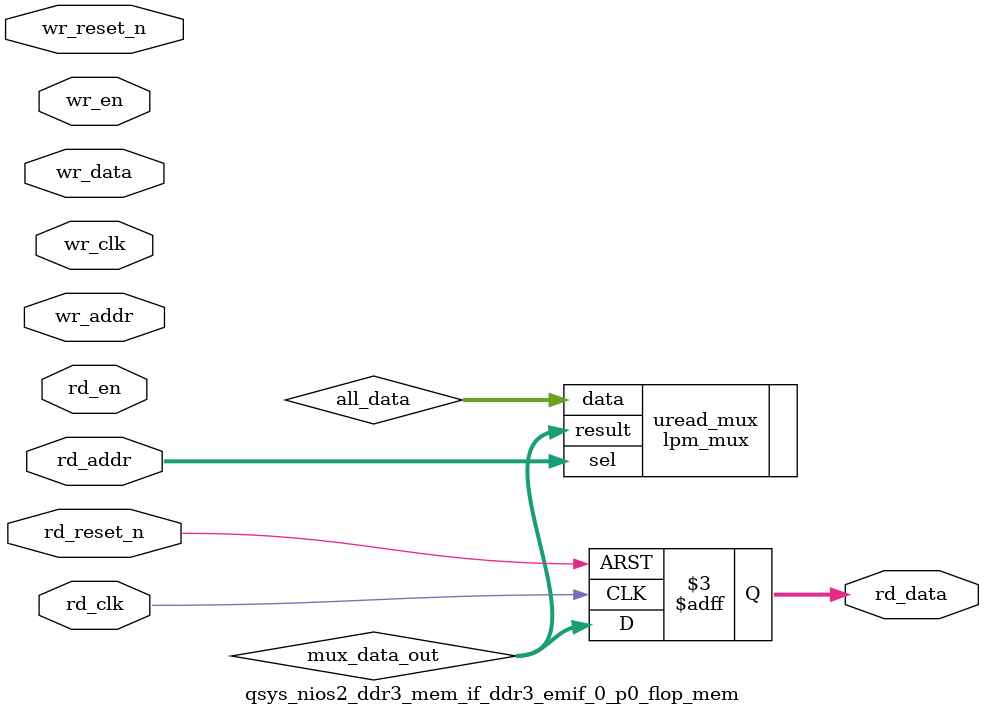
<source format=v>



`timescale 1 ps / 1 ps

(* altera_attribute = "-name ALLOW_SYNCH_CTRL_USAGE ON;-name AUTO_CLOCK_ENABLE_RECOGNITION ON" *)
module qsys_nios2_ddr3_mem_if_ddr3_emif_0_p0_flop_mem(
	wr_reset_n,
	wr_clk,
	wr_en,
	wr_addr,
	wr_data,
	rd_reset_n,
	rd_clk,
	rd_en,
	rd_addr,
	rd_data
);

parameter WRITE_MEM_DEPTH	= "";
parameter WRITE_ADDR_WIDTH	= "";
parameter WRITE_DATA_WIDTH	= "";
parameter READ_MEM_DEPTH	= "";
parameter READ_ADDR_WIDTH	= "";		 
parameter READ_DATA_WIDTH	= "";


input	wr_reset_n;
input	wr_clk;
input	wr_en;
input	[WRITE_ADDR_WIDTH-1:0] wr_addr;
input	[WRITE_DATA_WIDTH-1:0] wr_data;
input	rd_reset_n;
input	rd_clk;
input	rd_en;
input	[READ_ADDR_WIDTH-1:0] rd_addr;
output	[READ_DATA_WIDTH-1:0] rd_data;



wire	[WRITE_DATA_WIDTH*WRITE_MEM_DEPTH-1:0] all_data;
wire	[READ_DATA_WIDTH-1:0] mux_data_out;



// declare a memory with WRITE_MEM_DEPTH entries
// each entry contains a data size of WRITE_DATA_WIDTH
reg	[WRITE_DATA_WIDTH-1:0] data_stored [0:WRITE_MEM_DEPTH-1] /* synthesis syn_preserve = 1 */;
reg	[READ_DATA_WIDTH-1:0] rd_data;

generate
genvar entry;
	for (entry=0; entry < WRITE_MEM_DEPTH; entry=entry+1)
	begin: mem_location
		assign all_data[(WRITE_DATA_WIDTH*(entry+1)-1) : (WRITE_DATA_WIDTH*entry)] = data_stored[entry]; 
		
		always @(posedge wr_clk or negedge wr_reset_n)
		begin
			if (~wr_reset_n) begin
				data_stored[entry] <= {WRITE_DATA_WIDTH{1'b0}};
			end else begin
				if (wr_en) begin
					if (entry == wr_addr) begin
						data_stored[entry] <= wr_data;
					end
				end
			end
		end		
	end
endgenerate

// mux to select the correct output data based on read address
lpm_mux	uread_mux(
	.sel (rd_addr),
	.data (all_data),
	.result (mux_data_out)
	// synopsys translate_off
	,
	.aclr (),
	.clken (),
	.clock ()
	// synopsys translate_on
	);
 defparam uread_mux.lpm_size = READ_MEM_DEPTH;
 defparam uread_mux.lpm_type = "LPM_MUX";
 defparam uread_mux.lpm_width = READ_DATA_WIDTH;
 defparam uread_mux.lpm_widths = READ_ADDR_WIDTH;

always @(posedge rd_clk or negedge rd_reset_n)	
begin
	if (~rd_reset_n) begin
		rd_data <= {READ_DATA_WIDTH{1'b0}};
	end else begin
		rd_data <= mux_data_out;
	end
end

endmodule

</source>
